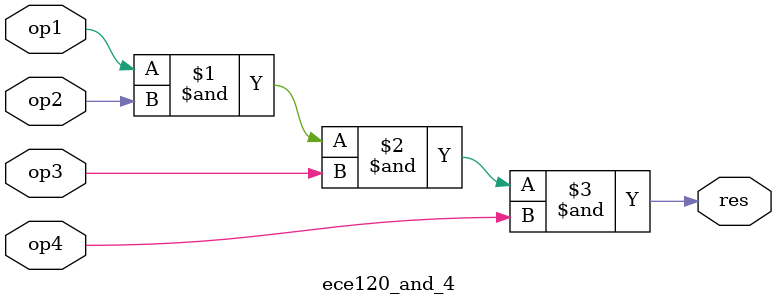
<source format=sv>
module ece120_and_4(
    input logic op1, op2, op3, op4,
    output logic res
    );
    assign res = op1 & op2 & op3 & op4;
endmodule
</source>
